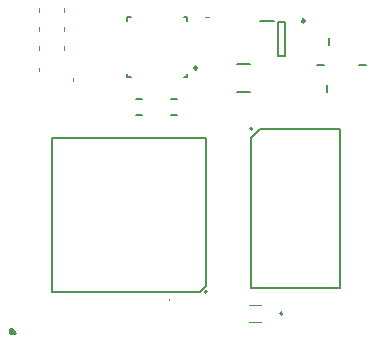
<source format=gto>
G04*
G04 #@! TF.GenerationSoftware,Altium Limited,Altium Designer,18.1.6 (161)*
G04*
G04 Layer_Color=65535*
%FSTAX24Y24*%
%MOIN*%
G70*
G01*
G75*
%ADD10C,0.0079*%
%ADD11C,0.0098*%
%ADD12C,0.0039*%
%ADD13C,0.0059*%
%ADD14C,0.0020*%
%ADD15C,0.0100*%
D10*
X047796Y026956D02*
G03*
X047796Y026956I-000039J0D01*
G01*
X049319Y03238D02*
G03*
X049319Y03238I-000039J0D01*
G01*
X050281Y026263D02*
G03*
X050281Y026184I0J-000039D01*
G01*
D02*
G03*
X050281Y026263I0J000039D01*
G01*
X04756Y026956D02*
X047757Y027153D01*
Y032074D01*
X042639D02*
X047757D01*
X042639Y026956D02*
Y032074D01*
Y026956D02*
X04756D01*
X049575Y03238D02*
X052243D01*
Y027065D02*
Y03238D01*
X04928Y027065D02*
X052243D01*
X04928D02*
Y032084D01*
X049575Y03238D01*
X051477Y034503D02*
X051714D01*
X05018Y03594D02*
X050416D01*
Y034799D02*
Y03594D01*
X05018Y034799D02*
X050416D01*
X05018D02*
Y03594D01*
X04957Y03596D02*
X050042D01*
X048803Y034557D02*
X049236D01*
X048803Y033596D02*
X049236D01*
X051817Y033596D02*
Y033832D01*
X051863Y03517D02*
Y035407D01*
X052854Y034503D02*
X053091D01*
D11*
X047476Y034411D02*
G03*
X047476Y034411I-000049J0D01*
G01*
X051062Y035977D02*
G03*
X051062Y035977I-000049J0D01*
G01*
D12*
X046556Y026693D02*
G03*
X046556Y026654I0J-00002D01*
G01*
D02*
G03*
X046556Y026693I0J00002D01*
G01*
X049218Y025928D02*
X049612D01*
X049218Y026519D02*
X049612D01*
D13*
X047033Y034096D02*
X047151D01*
X045143D02*
X045261D01*
X045143Y035986D02*
Y036104D01*
Y034096D02*
Y034215D01*
X047033Y036104D02*
X047151D01*
X045143D02*
X045261D01*
X047151Y035986D02*
Y036104D01*
Y034096D02*
Y034215D01*
X045434Y032835D02*
X045631D01*
X045434Y033386D02*
X045631D01*
X046615Y032835D02*
X046812D01*
X046615Y033386D02*
X046812D01*
D14*
X0422Y034304D02*
Y034422D01*
X043345Y03397D02*
Y034088D01*
X0422Y035007D02*
Y035125D01*
X047747Y036104D02*
X047865D01*
X043025Y03629D02*
Y036408D01*
Y035647D02*
Y035765D01*
X0422Y035647D02*
Y035765D01*
Y03629D02*
Y036408D01*
X043024Y035007D02*
Y035125D01*
D15*
X041261Y025722D02*
X041418Y025564D01*
X041251Y025722D02*
X041261D01*
X041251Y025564D02*
X041418D01*
X041251Y025564D02*
X041251Y025564D01*
X041251Y025564D02*
Y025722D01*
M02*

</source>
